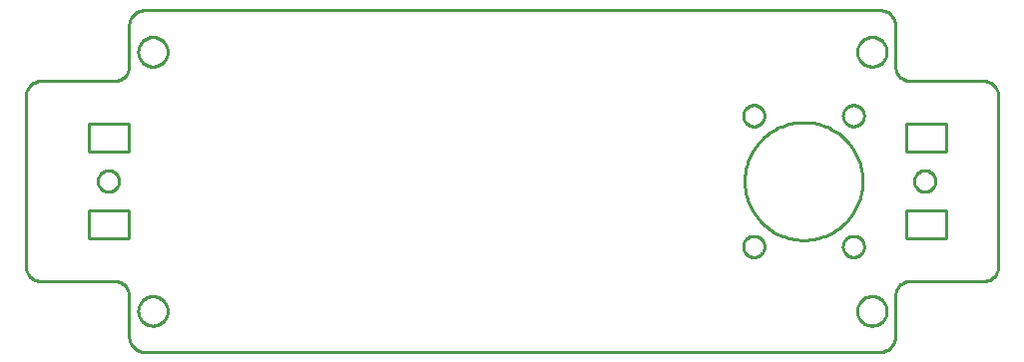
<source format=gbr>
G04 EAGLE Gerber X2 export*
%TF.Part,Single*%
%TF.FileFunction,Profile,NP*%
%TF.FilePolarity,Positive*%
%TF.GenerationSoftware,Autodesk,EAGLE,9.1.0*%
%TF.CreationDate,2020-08-17T16:38:24Z*%
G75*
%MOMM*%
%FSLAX34Y34*%
%LPD*%
%AMOC8*
5,1,8,0,0,1.08239X$1,22.5*%
G01*
%ADD10C,0.254000*%


D10*
X-87500Y72700D02*
X-87452Y71593D01*
X-87307Y70495D01*
X-87067Y69413D01*
X-86734Y68356D01*
X-86310Y67333D01*
X-85799Y66350D01*
X-85203Y65416D01*
X-84529Y64537D01*
X-83780Y63720D01*
X-82963Y62971D01*
X-82084Y62297D01*
X-81150Y61701D01*
X-80167Y61190D01*
X-79144Y60766D01*
X-78087Y60433D01*
X-77005Y60193D01*
X-75907Y60048D01*
X-74800Y60000D01*
X-12700Y60000D01*
X-11593Y59952D01*
X-10495Y59807D01*
X-9413Y59567D01*
X-8356Y59234D01*
X-7333Y58810D01*
X-6350Y58299D01*
X-5416Y57703D01*
X-4537Y57029D01*
X-3720Y56280D01*
X-2971Y55463D01*
X-2297Y54584D01*
X-1701Y53650D01*
X-1190Y52667D01*
X-766Y51644D01*
X-433Y50587D01*
X-193Y49505D01*
X-48Y48407D01*
X0Y47300D01*
X0Y12700D01*
X48Y11593D01*
X193Y10495D01*
X433Y9413D01*
X766Y8356D01*
X1190Y7333D01*
X1701Y6350D01*
X2297Y5416D01*
X2971Y4537D01*
X3720Y3720D01*
X4537Y2971D01*
X5416Y2297D01*
X6350Y1701D01*
X7333Y1190D01*
X8356Y766D01*
X9413Y433D01*
X10495Y193D01*
X11593Y48D01*
X12700Y0D01*
X637300Y0D01*
X638407Y48D01*
X639505Y193D01*
X640587Y433D01*
X641644Y766D01*
X642667Y1190D01*
X643650Y1701D01*
X644584Y2297D01*
X645463Y2971D01*
X646280Y3720D01*
X647029Y4537D01*
X647703Y5416D01*
X648299Y6350D01*
X648810Y7333D01*
X649234Y8356D01*
X649567Y9413D01*
X649807Y10495D01*
X649952Y11593D01*
X650000Y12700D01*
X650000Y47300D01*
X650048Y48407D01*
X650193Y49505D01*
X650433Y50587D01*
X650766Y51644D01*
X651190Y52667D01*
X651701Y53650D01*
X652297Y54584D01*
X652971Y55463D01*
X653720Y56280D01*
X654537Y57029D01*
X655416Y57703D01*
X656350Y58299D01*
X657333Y58810D01*
X658356Y59234D01*
X659413Y59567D01*
X660495Y59807D01*
X661593Y59952D01*
X662700Y60000D01*
X724800Y60000D01*
X725907Y60048D01*
X727005Y60193D01*
X728087Y60433D01*
X729144Y60766D01*
X730167Y61190D01*
X731150Y61701D01*
X732084Y62297D01*
X732963Y62971D01*
X733780Y63720D01*
X734529Y64537D01*
X735203Y65416D01*
X735799Y66350D01*
X736310Y67333D01*
X736734Y68356D01*
X737067Y69413D01*
X737307Y70495D01*
X737452Y71593D01*
X737500Y72700D01*
X737500Y217300D01*
X737452Y218407D01*
X737307Y219505D01*
X737067Y220587D01*
X736734Y221644D01*
X736310Y222667D01*
X735799Y223650D01*
X735203Y224584D01*
X734529Y225463D01*
X733780Y226280D01*
X732963Y227029D01*
X732084Y227703D01*
X731150Y228299D01*
X730167Y228810D01*
X729144Y229234D01*
X728087Y229567D01*
X727005Y229807D01*
X725907Y229952D01*
X724800Y230000D01*
X662700Y230000D01*
X661593Y230048D01*
X660495Y230193D01*
X659413Y230433D01*
X658356Y230766D01*
X657333Y231190D01*
X656350Y231701D01*
X655416Y232297D01*
X654537Y232971D01*
X653720Y233720D01*
X652971Y234537D01*
X652297Y235416D01*
X651701Y236350D01*
X651190Y237333D01*
X650766Y238356D01*
X650433Y239413D01*
X650193Y240495D01*
X650048Y241593D01*
X650000Y242700D01*
X650000Y277300D01*
X649952Y278407D01*
X649807Y279505D01*
X649567Y280587D01*
X649234Y281644D01*
X648810Y282667D01*
X648299Y283650D01*
X647703Y284584D01*
X647029Y285463D01*
X646280Y286280D01*
X645463Y287029D01*
X644584Y287703D01*
X643650Y288299D01*
X642667Y288810D01*
X641644Y289234D01*
X640587Y289567D01*
X639505Y289807D01*
X638407Y289952D01*
X637300Y290000D01*
X12700Y290000D01*
X11593Y289952D01*
X10495Y289807D01*
X9413Y289567D01*
X8356Y289234D01*
X7333Y288810D01*
X6350Y288299D01*
X5416Y287703D01*
X4537Y287029D01*
X3720Y286280D01*
X2971Y285463D01*
X2297Y284584D01*
X1701Y283650D01*
X1190Y282667D01*
X766Y281644D01*
X433Y280587D01*
X193Y279505D01*
X48Y278407D01*
X0Y277300D01*
X0Y242700D01*
X-48Y241593D01*
X-193Y240495D01*
X-433Y239413D01*
X-766Y238356D01*
X-1190Y237333D01*
X-1701Y236350D01*
X-2297Y235416D01*
X-2971Y234537D01*
X-3720Y233720D01*
X-4537Y232971D01*
X-5416Y232297D01*
X-6350Y231701D01*
X-7333Y231190D01*
X-8356Y230766D01*
X-9413Y230433D01*
X-10495Y230193D01*
X-11593Y230048D01*
X-12700Y230000D01*
X-74800Y230000D01*
X-75907Y229952D01*
X-77005Y229807D01*
X-78087Y229567D01*
X-79144Y229234D01*
X-80167Y228810D01*
X-81150Y228299D01*
X-82084Y227703D01*
X-82963Y227029D01*
X-83780Y226280D01*
X-84529Y225463D01*
X-85203Y224584D01*
X-85799Y223650D01*
X-86310Y222667D01*
X-86734Y221644D01*
X-87067Y220587D01*
X-87307Y219505D01*
X-87452Y218407D01*
X-87500Y217300D01*
X-87500Y72700D01*
X-34500Y170000D02*
X-500Y170000D01*
X-500Y194000D01*
X-34500Y194000D01*
X-34500Y170000D01*
X-34500Y96000D02*
X-500Y96000D01*
X-500Y120000D01*
X-34500Y120000D01*
X-34500Y96000D01*
X659000Y96000D02*
X693000Y96000D01*
X693000Y120000D01*
X659000Y120000D01*
X659000Y96000D01*
X659000Y170000D02*
X693000Y170000D01*
X693000Y194000D01*
X659000Y194000D01*
X659000Y170000D01*
X684000Y144607D02*
X684000Y145393D01*
X683932Y146176D01*
X683795Y146950D01*
X683592Y147709D01*
X683323Y148447D01*
X682991Y149160D01*
X682598Y149840D01*
X682147Y150484D01*
X681642Y151086D01*
X681086Y151642D01*
X680484Y152147D01*
X679840Y152598D01*
X679160Y152991D01*
X678447Y153323D01*
X677709Y153592D01*
X676950Y153795D01*
X676176Y153932D01*
X675393Y154000D01*
X674607Y154000D01*
X673824Y153932D01*
X673050Y153795D01*
X672291Y153592D01*
X671553Y153323D01*
X670840Y152991D01*
X670160Y152598D01*
X669516Y152147D01*
X668914Y151642D01*
X668358Y151086D01*
X667853Y150484D01*
X667402Y149840D01*
X667009Y149160D01*
X666677Y148447D01*
X666408Y147709D01*
X666205Y146950D01*
X666069Y146176D01*
X666000Y145393D01*
X666000Y144607D01*
X666069Y143824D01*
X666205Y143050D01*
X666408Y142291D01*
X666677Y141553D01*
X667009Y140840D01*
X667402Y140160D01*
X667853Y139516D01*
X668358Y138914D01*
X668914Y138358D01*
X669516Y137853D01*
X670160Y137402D01*
X670840Y137009D01*
X671553Y136677D01*
X672291Y136408D01*
X673050Y136205D01*
X673824Y136069D01*
X674607Y136000D01*
X675393Y136000D01*
X676176Y136069D01*
X676950Y136205D01*
X677709Y136408D01*
X678447Y136677D01*
X679160Y137009D01*
X679840Y137402D01*
X680484Y137853D01*
X681086Y138358D01*
X681642Y138914D01*
X682147Y139516D01*
X682598Y140160D01*
X682991Y140840D01*
X683323Y141553D01*
X683592Y142291D01*
X683795Y143050D01*
X683932Y143824D01*
X684000Y144607D01*
X538979Y200159D02*
X538979Y200945D01*
X538910Y201728D01*
X538774Y202502D01*
X538570Y203261D01*
X538302Y204000D01*
X537969Y204712D01*
X537576Y205393D01*
X537126Y206036D01*
X536621Y206638D01*
X536065Y207194D01*
X535463Y207699D01*
X534819Y208150D01*
X534138Y208543D01*
X533426Y208875D01*
X532688Y209144D01*
X531929Y209347D01*
X531155Y209484D01*
X530372Y209552D01*
X529586Y209552D01*
X528803Y209484D01*
X528029Y209347D01*
X527270Y209144D01*
X526531Y208875D01*
X525819Y208543D01*
X525138Y208150D01*
X524495Y207699D01*
X523893Y207194D01*
X523337Y206638D01*
X522832Y206036D01*
X522381Y205393D01*
X521988Y204712D01*
X521656Y204000D01*
X521387Y203261D01*
X521184Y202502D01*
X521047Y201728D01*
X520979Y200945D01*
X520979Y200159D01*
X521047Y199376D01*
X521184Y198602D01*
X521387Y197843D01*
X521656Y197105D01*
X521988Y196393D01*
X522381Y195712D01*
X522832Y195068D01*
X523337Y194466D01*
X523893Y193910D01*
X524495Y193405D01*
X525138Y192954D01*
X525819Y192562D01*
X526531Y192229D01*
X527270Y191961D01*
X528029Y191757D01*
X528803Y191621D01*
X529586Y191552D01*
X530372Y191552D01*
X531155Y191621D01*
X531929Y191757D01*
X532688Y191961D01*
X533426Y192229D01*
X534138Y192562D01*
X534819Y192954D01*
X535463Y193405D01*
X536065Y193910D01*
X536621Y194466D01*
X537126Y195068D01*
X537576Y195712D01*
X537969Y196393D01*
X538302Y197105D01*
X538570Y197843D01*
X538774Y198602D01*
X538910Y199376D01*
X538979Y200159D01*
X538979Y89055D02*
X538979Y89841D01*
X538910Y90624D01*
X538774Y91398D01*
X538570Y92157D01*
X538302Y92895D01*
X537969Y93608D01*
X537576Y94288D01*
X537126Y94932D01*
X536621Y95534D01*
X536065Y96090D01*
X535463Y96595D01*
X534819Y97046D01*
X534138Y97439D01*
X533426Y97771D01*
X532688Y98039D01*
X531929Y98243D01*
X531155Y98379D01*
X530372Y98448D01*
X529586Y98448D01*
X528803Y98379D01*
X528029Y98243D01*
X527270Y98039D01*
X526531Y97771D01*
X525819Y97439D01*
X525138Y97046D01*
X524495Y96595D01*
X523893Y96090D01*
X523337Y95534D01*
X522832Y94932D01*
X522381Y94288D01*
X521988Y93608D01*
X521656Y92895D01*
X521387Y92157D01*
X521184Y91398D01*
X521047Y90624D01*
X520979Y89841D01*
X520979Y89055D01*
X521047Y88272D01*
X521184Y87498D01*
X521387Y86739D01*
X521656Y86000D01*
X521988Y85288D01*
X522381Y84608D01*
X522832Y83964D01*
X523337Y83362D01*
X523893Y82806D01*
X524495Y82301D01*
X525138Y81850D01*
X525819Y81457D01*
X526531Y81125D01*
X527270Y80856D01*
X528029Y80653D01*
X528803Y80516D01*
X529586Y80448D01*
X530372Y80448D01*
X531155Y80516D01*
X531929Y80653D01*
X532688Y80856D01*
X533426Y81125D01*
X534138Y81457D01*
X534819Y81850D01*
X535463Y82301D01*
X536065Y82806D01*
X536621Y83362D01*
X537126Y83964D01*
X537576Y84608D01*
X537969Y85288D01*
X538302Y86000D01*
X538570Y86739D01*
X538774Y87498D01*
X538910Y88272D01*
X538979Y89055D01*
X623521Y89055D02*
X623521Y89841D01*
X623453Y90624D01*
X623316Y91398D01*
X623113Y92157D01*
X622844Y92895D01*
X622512Y93608D01*
X622119Y94288D01*
X621668Y94932D01*
X621163Y95534D01*
X620607Y96090D01*
X620005Y96595D01*
X619362Y97046D01*
X618681Y97439D01*
X617969Y97771D01*
X617230Y98039D01*
X616471Y98243D01*
X615697Y98379D01*
X614914Y98448D01*
X614128Y98448D01*
X613345Y98379D01*
X612571Y98243D01*
X611812Y98039D01*
X611074Y97771D01*
X610362Y97439D01*
X609681Y97046D01*
X609037Y96595D01*
X608435Y96090D01*
X607879Y95534D01*
X607374Y94932D01*
X606923Y94288D01*
X606531Y93608D01*
X606198Y92895D01*
X605930Y92157D01*
X605726Y91398D01*
X605590Y90624D01*
X605521Y89841D01*
X605521Y89055D01*
X605590Y88272D01*
X605726Y87498D01*
X605930Y86739D01*
X606198Y86000D01*
X606531Y85288D01*
X606923Y84608D01*
X607374Y83964D01*
X607879Y83362D01*
X608435Y82806D01*
X609037Y82301D01*
X609681Y81850D01*
X610362Y81457D01*
X611074Y81125D01*
X611812Y80856D01*
X612571Y80653D01*
X613345Y80516D01*
X614128Y80448D01*
X614914Y80448D01*
X615697Y80516D01*
X616471Y80653D01*
X617230Y80856D01*
X617969Y81125D01*
X618681Y81457D01*
X619362Y81850D01*
X620005Y82301D01*
X620607Y82806D01*
X621163Y83362D01*
X621668Y83964D01*
X622119Y84608D01*
X622512Y85288D01*
X622844Y86000D01*
X623113Y86739D01*
X623316Y87498D01*
X623453Y88272D01*
X623521Y89055D01*
X623521Y200159D02*
X623521Y200945D01*
X623453Y201728D01*
X623316Y202502D01*
X623113Y203261D01*
X622844Y204000D01*
X622512Y204712D01*
X622119Y205393D01*
X621668Y206036D01*
X621163Y206638D01*
X620607Y207194D01*
X620005Y207699D01*
X619362Y208150D01*
X618681Y208543D01*
X617969Y208875D01*
X617230Y209144D01*
X616471Y209347D01*
X615697Y209484D01*
X614914Y209552D01*
X614128Y209552D01*
X613345Y209484D01*
X612571Y209347D01*
X611812Y209144D01*
X611074Y208875D01*
X610362Y208543D01*
X609681Y208150D01*
X609037Y207699D01*
X608435Y207194D01*
X607879Y206638D01*
X607374Y206036D01*
X606923Y205393D01*
X606531Y204712D01*
X606198Y204000D01*
X605930Y203261D01*
X605726Y202502D01*
X605590Y201728D01*
X605521Y200945D01*
X605521Y200159D01*
X605590Y199376D01*
X605726Y198602D01*
X605930Y197843D01*
X606198Y197105D01*
X606531Y196393D01*
X606923Y195712D01*
X607374Y195068D01*
X607879Y194466D01*
X608435Y193910D01*
X609037Y193405D01*
X609681Y192954D01*
X610362Y192562D01*
X611074Y192229D01*
X611812Y191961D01*
X612571Y191757D01*
X613345Y191621D01*
X614128Y191552D01*
X614914Y191552D01*
X615697Y191621D01*
X616471Y191757D01*
X617230Y191961D01*
X617969Y192229D01*
X618681Y192562D01*
X619362Y192954D01*
X620005Y193405D01*
X620607Y193910D01*
X621163Y194466D01*
X621668Y195068D01*
X622119Y195712D01*
X622512Y196393D01*
X622844Y197105D01*
X623113Y197843D01*
X623316Y198602D01*
X623453Y199376D01*
X623521Y200159D01*
X622250Y144018D02*
X622250Y145982D01*
X622173Y147944D01*
X622019Y149902D01*
X621788Y151852D01*
X621481Y153792D01*
X621098Y155718D01*
X620639Y157627D01*
X620106Y159517D01*
X619499Y161385D01*
X618820Y163227D01*
X618068Y165041D01*
X617246Y166825D01*
X616355Y168574D01*
X615395Y170288D01*
X614369Y171962D01*
X613278Y173595D01*
X612124Y175184D01*
X610908Y176726D01*
X609633Y178219D01*
X608300Y179661D01*
X606911Y181050D01*
X605469Y182383D01*
X603976Y183658D01*
X602434Y184874D01*
X600845Y186028D01*
X599212Y187119D01*
X597538Y188145D01*
X595824Y189105D01*
X594075Y189996D01*
X592291Y190818D01*
X590477Y191570D01*
X588635Y192249D01*
X586767Y192856D01*
X584877Y193389D01*
X582968Y193848D01*
X581042Y194231D01*
X579102Y194538D01*
X577152Y194769D01*
X575194Y194923D01*
X573232Y195000D01*
X571268Y195000D01*
X569306Y194923D01*
X567348Y194769D01*
X565398Y194538D01*
X563459Y194231D01*
X561532Y193848D01*
X559623Y193389D01*
X557733Y192856D01*
X555865Y192249D01*
X554023Y191570D01*
X552209Y190818D01*
X550425Y189996D01*
X548676Y189105D01*
X546962Y188145D01*
X545288Y187119D01*
X543655Y186028D01*
X542066Y184874D01*
X540524Y183658D01*
X539031Y182383D01*
X537589Y181050D01*
X536200Y179661D01*
X534867Y178219D01*
X533592Y176726D01*
X532376Y175184D01*
X531222Y173595D01*
X530131Y171962D01*
X529105Y170288D01*
X528145Y168574D01*
X527254Y166825D01*
X526432Y165041D01*
X525680Y163227D01*
X525001Y161385D01*
X524394Y159517D01*
X523861Y157627D01*
X523402Y155718D01*
X523019Y153792D01*
X522712Y151852D01*
X522481Y149902D01*
X522327Y147944D01*
X522250Y145982D01*
X522250Y144018D01*
X522327Y142056D01*
X522481Y140098D01*
X522712Y138148D01*
X523019Y136209D01*
X523402Y134282D01*
X523861Y132373D01*
X524394Y130483D01*
X525001Y128615D01*
X525680Y126773D01*
X526432Y124959D01*
X527254Y123175D01*
X528145Y121426D01*
X529105Y119712D01*
X530131Y118038D01*
X531222Y116405D01*
X532376Y114816D01*
X533592Y113274D01*
X534867Y111781D01*
X536200Y110339D01*
X537589Y108950D01*
X539031Y107617D01*
X540524Y106342D01*
X542066Y105126D01*
X543655Y103972D01*
X545288Y102881D01*
X546962Y101855D01*
X548676Y100895D01*
X550425Y100004D01*
X552209Y99182D01*
X554023Y98430D01*
X555865Y97751D01*
X557733Y97144D01*
X559623Y96611D01*
X561532Y96152D01*
X563459Y95769D01*
X565398Y95462D01*
X567348Y95231D01*
X569306Y95077D01*
X571268Y95000D01*
X573232Y95000D01*
X575194Y95077D01*
X577152Y95231D01*
X579102Y95462D01*
X581042Y95769D01*
X582968Y96152D01*
X584877Y96611D01*
X586767Y97144D01*
X588635Y97751D01*
X590477Y98430D01*
X592291Y99182D01*
X594075Y100004D01*
X595824Y100895D01*
X597538Y101855D01*
X599212Y102881D01*
X600845Y103972D01*
X602434Y105126D01*
X603976Y106342D01*
X605469Y107617D01*
X606911Y108950D01*
X608300Y110339D01*
X609633Y111781D01*
X610908Y113274D01*
X612124Y114816D01*
X613278Y116405D01*
X614369Y118038D01*
X615395Y119712D01*
X616355Y121426D01*
X617246Y123175D01*
X618068Y124959D01*
X618820Y126773D01*
X619499Y128615D01*
X620106Y130483D01*
X620639Y132373D01*
X621098Y134282D01*
X621481Y136209D01*
X621788Y138148D01*
X622019Y140098D01*
X622173Y142056D01*
X622250Y144018D01*
X-8500Y144607D02*
X-8500Y145393D01*
X-8569Y146176D01*
X-8705Y146950D01*
X-8908Y147709D01*
X-9177Y148447D01*
X-9509Y149160D01*
X-9902Y149840D01*
X-10353Y150484D01*
X-10858Y151086D01*
X-11414Y151642D01*
X-12016Y152147D01*
X-12660Y152598D01*
X-13340Y152991D01*
X-14053Y153323D01*
X-14791Y153592D01*
X-15550Y153795D01*
X-16324Y153932D01*
X-17107Y154000D01*
X-17893Y154000D01*
X-18676Y153932D01*
X-19450Y153795D01*
X-20209Y153592D01*
X-20947Y153323D01*
X-21660Y152991D01*
X-22340Y152598D01*
X-22984Y152147D01*
X-23586Y151642D01*
X-24142Y151086D01*
X-24647Y150484D01*
X-25098Y149840D01*
X-25491Y149160D01*
X-25823Y148447D01*
X-26092Y147709D01*
X-26295Y146950D01*
X-26432Y146176D01*
X-26500Y145393D01*
X-26500Y144607D01*
X-26432Y143824D01*
X-26295Y143050D01*
X-26092Y142291D01*
X-25823Y141553D01*
X-25491Y140840D01*
X-25098Y140160D01*
X-24647Y139516D01*
X-24142Y138914D01*
X-23586Y138358D01*
X-22984Y137853D01*
X-22340Y137402D01*
X-21660Y137009D01*
X-20947Y136677D01*
X-20209Y136408D01*
X-19450Y136205D01*
X-18676Y136069D01*
X-17893Y136000D01*
X-17107Y136000D01*
X-16324Y136069D01*
X-15550Y136205D01*
X-14791Y136408D01*
X-14053Y136677D01*
X-13340Y137009D01*
X-12660Y137402D01*
X-12016Y137853D01*
X-11414Y138358D01*
X-10858Y138914D01*
X-10353Y139516D01*
X-9902Y140160D01*
X-9509Y140840D01*
X-9177Y141553D01*
X-8908Y142291D01*
X-8705Y143050D01*
X-8569Y143824D01*
X-8500Y144607D01*
X642750Y254259D02*
X642750Y255241D01*
X642673Y256220D01*
X642519Y257191D01*
X642290Y258146D01*
X641986Y259080D01*
X641611Y259987D01*
X641165Y260862D01*
X640651Y261700D01*
X640074Y262495D01*
X639436Y263242D01*
X638742Y263936D01*
X637995Y264574D01*
X637200Y265151D01*
X636362Y265665D01*
X635487Y266111D01*
X634580Y266486D01*
X633646Y266790D01*
X632691Y267019D01*
X631720Y267173D01*
X630741Y267250D01*
X629759Y267250D01*
X628780Y267173D01*
X627810Y267019D01*
X626854Y266790D01*
X625920Y266486D01*
X625013Y266111D01*
X624138Y265665D01*
X623300Y265151D01*
X622505Y264574D01*
X621758Y263936D01*
X621064Y263242D01*
X620426Y262495D01*
X619849Y261700D01*
X619335Y260862D01*
X618889Y259987D01*
X618514Y259080D01*
X618210Y258146D01*
X617981Y257191D01*
X617827Y256220D01*
X617750Y255241D01*
X617750Y254259D01*
X617827Y253280D01*
X617981Y252310D01*
X618210Y251354D01*
X618514Y250420D01*
X618889Y249513D01*
X619335Y248638D01*
X619849Y247800D01*
X620426Y247005D01*
X621064Y246258D01*
X621758Y245564D01*
X622505Y244926D01*
X623300Y244349D01*
X624138Y243835D01*
X625013Y243389D01*
X625920Y243014D01*
X626854Y242710D01*
X627810Y242481D01*
X628780Y242327D01*
X629759Y242250D01*
X630741Y242250D01*
X631720Y242327D01*
X632691Y242481D01*
X633646Y242710D01*
X634580Y243014D01*
X635487Y243389D01*
X636362Y243835D01*
X637200Y244349D01*
X637995Y244926D01*
X638742Y245564D01*
X639436Y246258D01*
X640074Y247005D01*
X640651Y247800D01*
X641165Y248638D01*
X641611Y249513D01*
X641986Y250420D01*
X642290Y251354D01*
X642519Y252310D01*
X642673Y253280D01*
X642750Y254259D01*
X32750Y34259D02*
X32750Y35241D01*
X32673Y36220D01*
X32519Y37191D01*
X32290Y38146D01*
X31986Y39080D01*
X31611Y39987D01*
X31165Y40862D01*
X30651Y41700D01*
X30074Y42495D01*
X29436Y43242D01*
X28742Y43936D01*
X27995Y44574D01*
X27200Y45151D01*
X26362Y45665D01*
X25487Y46111D01*
X24580Y46486D01*
X23646Y46790D01*
X22691Y47019D01*
X21720Y47173D01*
X20741Y47250D01*
X19759Y47250D01*
X18780Y47173D01*
X17810Y47019D01*
X16854Y46790D01*
X15920Y46486D01*
X15013Y46111D01*
X14138Y45665D01*
X13300Y45151D01*
X12505Y44574D01*
X11758Y43936D01*
X11064Y43242D01*
X10426Y42495D01*
X9849Y41700D01*
X9335Y40862D01*
X8889Y39987D01*
X8514Y39080D01*
X8210Y38146D01*
X7981Y37191D01*
X7827Y36220D01*
X7750Y35241D01*
X7750Y34259D01*
X7827Y33280D01*
X7981Y32310D01*
X8210Y31354D01*
X8514Y30420D01*
X8889Y29513D01*
X9335Y28638D01*
X9849Y27800D01*
X10426Y27005D01*
X11064Y26258D01*
X11758Y25564D01*
X12505Y24926D01*
X13300Y24349D01*
X14138Y23835D01*
X15013Y23389D01*
X15920Y23014D01*
X16854Y22710D01*
X17810Y22481D01*
X18780Y22327D01*
X19759Y22250D01*
X20741Y22250D01*
X21720Y22327D01*
X22691Y22481D01*
X23646Y22710D01*
X24580Y23014D01*
X25487Y23389D01*
X26362Y23835D01*
X27200Y24349D01*
X27995Y24926D01*
X28742Y25564D01*
X29436Y26258D01*
X30074Y27005D01*
X30651Y27800D01*
X31165Y28638D01*
X31611Y29513D01*
X31986Y30420D01*
X32290Y31354D01*
X32519Y32310D01*
X32673Y33280D01*
X32750Y34259D01*
X32750Y254259D02*
X32750Y255241D01*
X32673Y256220D01*
X32519Y257191D01*
X32290Y258146D01*
X31986Y259080D01*
X31611Y259987D01*
X31165Y260862D01*
X30651Y261700D01*
X30074Y262495D01*
X29436Y263242D01*
X28742Y263936D01*
X27995Y264574D01*
X27200Y265151D01*
X26362Y265665D01*
X25487Y266111D01*
X24580Y266486D01*
X23646Y266790D01*
X22691Y267019D01*
X21720Y267173D01*
X20741Y267250D01*
X19759Y267250D01*
X18780Y267173D01*
X17810Y267019D01*
X16854Y266790D01*
X15920Y266486D01*
X15013Y266111D01*
X14138Y265665D01*
X13300Y265151D01*
X12505Y264574D01*
X11758Y263936D01*
X11064Y263242D01*
X10426Y262495D01*
X9849Y261700D01*
X9335Y260862D01*
X8889Y259987D01*
X8514Y259080D01*
X8210Y258146D01*
X7981Y257191D01*
X7827Y256220D01*
X7750Y255241D01*
X7750Y254259D01*
X7827Y253280D01*
X7981Y252310D01*
X8210Y251354D01*
X8514Y250420D01*
X8889Y249513D01*
X9335Y248638D01*
X9849Y247800D01*
X10426Y247005D01*
X11064Y246258D01*
X11758Y245564D01*
X12505Y244926D01*
X13300Y244349D01*
X14138Y243835D01*
X15013Y243389D01*
X15920Y243014D01*
X16854Y242710D01*
X17810Y242481D01*
X18780Y242327D01*
X19759Y242250D01*
X20741Y242250D01*
X21720Y242327D01*
X22691Y242481D01*
X23646Y242710D01*
X24580Y243014D01*
X25487Y243389D01*
X26362Y243835D01*
X27200Y244349D01*
X27995Y244926D01*
X28742Y245564D01*
X29436Y246258D01*
X30074Y247005D01*
X30651Y247800D01*
X31165Y248638D01*
X31611Y249513D01*
X31986Y250420D01*
X32290Y251354D01*
X32519Y252310D01*
X32673Y253280D01*
X32750Y254259D01*
X642750Y34259D02*
X642750Y35241D01*
X642673Y36220D01*
X642519Y37191D01*
X642290Y38146D01*
X641986Y39080D01*
X641611Y39987D01*
X641165Y40862D01*
X640651Y41700D01*
X640074Y42495D01*
X639436Y43242D01*
X638742Y43936D01*
X637995Y44574D01*
X637200Y45151D01*
X636362Y45665D01*
X635487Y46111D01*
X634580Y46486D01*
X633646Y46790D01*
X632691Y47019D01*
X631720Y47173D01*
X630741Y47250D01*
X629759Y47250D01*
X628780Y47173D01*
X627810Y47019D01*
X626854Y46790D01*
X625920Y46486D01*
X625013Y46111D01*
X624138Y45665D01*
X623300Y45151D01*
X622505Y44574D01*
X621758Y43936D01*
X621064Y43242D01*
X620426Y42495D01*
X619849Y41700D01*
X619335Y40862D01*
X618889Y39987D01*
X618514Y39080D01*
X618210Y38146D01*
X617981Y37191D01*
X617827Y36220D01*
X617750Y35241D01*
X617750Y34259D01*
X617827Y33280D01*
X617981Y32310D01*
X618210Y31354D01*
X618514Y30420D01*
X618889Y29513D01*
X619335Y28638D01*
X619849Y27800D01*
X620426Y27005D01*
X621064Y26258D01*
X621758Y25564D01*
X622505Y24926D01*
X623300Y24349D01*
X624138Y23835D01*
X625013Y23389D01*
X625920Y23014D01*
X626854Y22710D01*
X627810Y22481D01*
X628780Y22327D01*
X629759Y22250D01*
X630741Y22250D01*
X631720Y22327D01*
X632691Y22481D01*
X633646Y22710D01*
X634580Y23014D01*
X635487Y23389D01*
X636362Y23835D01*
X637200Y24349D01*
X637995Y24926D01*
X638742Y25564D01*
X639436Y26258D01*
X640074Y27005D01*
X640651Y27800D01*
X641165Y28638D01*
X641611Y29513D01*
X641986Y30420D01*
X642290Y31354D01*
X642519Y32310D01*
X642673Y33280D01*
X642750Y34259D01*
M02*

</source>
